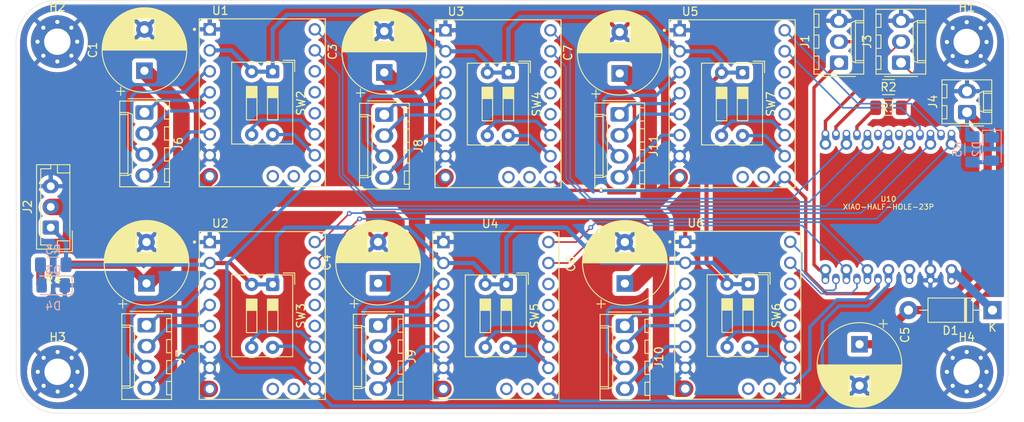
<source format=kicad_pcb>
(kicad_pcb (version 20241229) (generator "pcbnew") (generator_version "9.0")
  (layers (0 "F.Cu" signal) (2 "B.Cu" signal) (13 "F.Paste" user) (15 "B.Paste" user) (5 "F.SilkS" user "F.Silkscreen") (7 "B.SilkS" user "B.Silkscreen") (1 "F.Mask" user) (3 "B.Mask" user) (25 "Edge.Cuts" user))
  (net 0 "")
  (net 1 "+24V")
  (net 2 "GND")
  (net 3 "+5V")
  (net 4 "Net-(D1-K)")
  (net 5 "Net-(D3-A)")
  (net 6 "Net-(D4-A)")
  (net 7 "TX")
  (net 8 "RX")
  (net 9 "RX B")
  (net 10 "TX B")
  (net 11 "Net-(J6-Pin_2)")
  (net 12 "Net-(J6-Pin_4)")
  (net 13 "Net-(J6-Pin_3)")
  (net 14 "Net-(J6-Pin_1)")
  (net 15 "Net-(J7-Pin_2)")
  (net 16 "Net-(J7-Pin_4)")
  (net 17 "Net-(J7-Pin_3)")
  (net 18 "Net-(J7-Pin_1)")
  (net 19 "Net-(J8-Pin_3)")
  (net 20 "Net-(J8-Pin_2)")
  (net 21 "Net-(J8-Pin_4)")
  (net 22 "Net-(J8-Pin_1)")
  (net 23 "Net-(J9-Pin_1)")
  (net 24 "Net-(J9-Pin_4)")
  (net 25 "Net-(J9-Pin_2)")
  (net 26 "Net-(J9-Pin_3)")
  (net 27 "Net-(J10-Pin_1)")
  (net 28 "Net-(J10-Pin_3)")
  (net 29 "Net-(J10-Pin_2)")
  (net 30 "Net-(J10-Pin_4)")
  (net 31 "Net-(J11-Pin_1)")
  (net 32 "Net-(J11-Pin_2)")
  (net 33 "Net-(J11-Pin_4)")
  (net 34 "Net-(J11-Pin_3)")
  (net 35 "+3.3V")
  (net 36 "Net-(U2-MS2)")
  (net 37 "Net-(U2-MS1)")
  (net 38 "Net-(U3-MS1)")
  (net 39 "Net-(U3-MS2)")
  (net 40 "Net-(U4-MS1)")
  (net 41 "Net-(U4-MS2)")
  (net 42 "Net-(U5-MS2)")
  (net 43 "Net-(U5-MS1)")
  (net 45 "STEP 1")
  (net 46 "DIR 1")
  (net 49 "EN")
  (net 54 "STEP 3")
  (net 58 "DIR 3")
  (net 60 "DIR 2")
  (net 61 "STEP 2")
  (net 69 "DIR 4")
  (net 72 "STEP 4")
  (net 73 "DIR 6")
  (net 74 "STEP 6")
  (net 75 "STEP 5")
  (net 76 "DIR 5")
  (net 77 "Net-(U1-MS2)")
  (net 78 "Net-(U1-MS1)")
  (net 79 "Net-(U6-MS1)")
  (net 80 "Net-(U6-MS2)")
  (net 84 "EN M")
  (net 92 "Net-(U10-GPIO42_PDM_CLK{slash}TX1)")
  (net 94 "Net-(U10-GPIO10_XMCLK{slash}ADC_BAT)")
  (net 96 "Net-(D2-A)")
  (footprint "Capacitor_THT:CP_Radial_D10.0mm_P5.00mm" (layer "F.Cu") (at 98 133.842855 90)
    (property "Reference" "C7")
    (property "Value" "100µF")
  )
  (footprint "Resistor_SMD:R_1206_3216Metric_Pad1.30x1.75mm_HandSolder" (layer "F.Cu") (at 29.5 157 180)
    (property "Reference" "R4")
    (property "Value" "1k")
  )
  (footprint "Button_Switch_THT:SW_DIP_SPSTx02_Slide_9.78x7.26mm_W7.62mm_P2.54mm" (layer "F.Cu") (at 84.54 133.74 -90)
    (property "Reference" "SW4")
    (property "Value" "SW_DIP_x02")
  )
  (footprint "MountingHole:MountingHole_3.2mm_M3_Pad_Via" (layer "F.Cu") (at 30 130)
    (property "Reference" "H2")
    (property "Value" "MountingHole_Pad")
  )
  (footprint "Capacitor_THT:CP_Radial_D10.0mm_P5.00mm" (layer "F.Cu") (at 69.5325 133.725177 90)
    (property "Reference" "C3")
    (property "Value" "100µF")
  )
  (footprint "TMC2209_SILENTSTEPSTICK:MODULE_TMC2209_SILENTSTEPSTICK" (layer "F.Cu") (at 54.7825 163.1475)
    (property "Reference" "U2")
    (property "Value" "TMC2209_SILENTSTEPSTICK")
  )
  (footprint "TMC2209_SILENTSTEPSTICK:MODULE_TMC2209_SILENTSTEPSTICK" (layer "F.Cu") (at 83.0325 163.1475)
    (property "Reference" "U4")
    (property "Value" "TMC2209_SILENTSTEPSTICK")
  )
  (footprint "Seeed Studio XIAO ESP32S3 Plus KiCAD Library 2:MOUDLE23P-SMD-2.54-21X17.8MM.kicad_mod.kicad_sym" (layer "F.Cu") (at 130.5 150)
    (property "Reference" "U10")
    (property "Value" "XIAO-HALF-HOLE-23P")
  )
  (footprint "Connector_Molex:Molex_KK-254_AE-6410-04A_1x04_P2.54mm_Vertical" (layer "F.Cu") (at 69.5325 138.8375 -90)
    (property "Reference" "J8")
    (property "Value" "STEPPER 1")
  )
  (footprint "MountingHole:MountingHole_3.2mm_M3_Pad_Via" (layer "F.Cu") (at 139.964466 169.964466)
    (property "Reference" "H4")
    (property "Value" "MountingHole_Pad")
  )
  (footprint "MountingHole:MountingHole_3.2mm_M3_Pad_Via" (layer "F.Cu") (at 30.035534 169.964466)
    (property "Reference" "H3")
    (property "Value" "MountingHole_Pad")
  )
  (footprint "Connector_JST:JST_EH_B3B-EH-A_1x03_P2.50mm_Vertical" (layer "F.Cu") (at 29.2 152.5 90)
    (property "Reference" "J2")
    (property "Value" "Conn_01x03")
  )
  (footprint "Connector_Molex:Molex_KK-254_AE-6410-04A_1x04_P2.54mm_Vertical" (layer "F.Cu") (at 97.98 138.797499 -90)
    (property "Reference" "J11")
    (property "Value" "STEPPER 3")
  )
  (footprint "Button_Switch_THT:SW_DIP_SPSTx02_Slide_9.78x7.26mm_W7.62mm_P2.54mm" (layer "F.Cu") (at 112.8575 133.74 -90)
    (property "Reference" "SW7")
    (property "Value" "SW_DIP_x02")
  )
  (footprint "Connector_Molex:Molex_KK-254_AE-6410-04A_1x04_P2.54mm_Vertical" (layer "F.Cu") (at 40.7825 164.317501 -90)
    (property "Reference" "J7")
    (property "Value" "STEPPER D")
  )
  (footprint "Connector_Molex:Molex_KK-254_AE-6410-04A_1x04_P2.54mm_Vertical" (layer "F.Cu") (at 68.7825 164.37 -90)
    (property "Reference" "J9")
    (property "Value" "STEPPER 2")
  )
  (footprint "Connector_Molex:Molex_KK-254_AE-6410-03A_1x03_P2.54mm_Vertical" (layer "F.Cu") (at 124.52 132.54 90)
    (property "Reference" "J1")
    (property "Value" "UART CP")
  )
  (footprint "Button_Switch_THT:SW_DIP_SPSTx02_Slide_9.78x7.26mm_W7.62mm_P2.54mm" (layer "F.Cu") (at 56.04 133.63 -90)
    (property "Reference" "SW2")
    (property "Value" "SW_DIP_x02")
  )
  (footprint "TMC2209_SILENTSTEPSTICK:MODULE_TMC2209_SILENTSTEPSTICK" (layer "F.Cu") (at 111.6 137.5075)
    (property "Reference" "U5")
    (property "Value" "TMC2209_SILENTSTEPSTICK")
  )
  (footprint "Connector_Molex:Molex_KK-254_AE-6410-04A_1x04_P2.54mm_Vertical" (layer "F.Cu") (at 40.5325 138.567501 -90)
    (property "Reference" "J6")
    (property "Value" "STEPPER G")
  )
  (footprint "TMC2209_SILENTSTEPSTICK:MODULE_TMC2209_SILENTSTEPSTICK" (layer "F.Cu") (at 112.275 163.12)
    (property "Reference" "U6")
    (property "Value" "TMC2209_SILENTSTEPSTICK")
  )
  (footprint "Capacitor_THT:CP_Radial_D10.0mm_P5.00mm" (layer "F.Cu") (at 40.7825 159.265178 90)
    (property "Reference" "C2" (hide yes))
    (property "Value" "100µF")
  )
  (footprint "Capacitor_THT:CP_Radial_D10.0mm_P5.00mm" (layer "F.Cu") (at 68.7825 159.247678 90)
    (property "Reference" "C4")
    (property "Value" "100µF")
  )
  (footprint "Capacitor_THT:CP_Radial_D10.0mm_P5.00mm" (layer "F.Cu") (at 98.625 159.27 90)
    (property "Reference" "C6")
    (property "Value" "100µF")
  )
  (footprint "Diode_THT:D_DO-41_SOD81_P10.16mm_Horizontal" (layer "F.Cu") (at 143.08 162.5 180)
    (property "Reference" "D1")
    (property "Value" "D_Shottky")
  )
  (footprint "Button_Switch_THT:SW_DIP_SPSTx02_Slide_9.78x7.26mm_W7.62mm_P2.54mm" (layer "F.Cu") (at 56.04 159.38 -90)
    (property "Reference" "SW3")
    (property "Value" "SW_DIP_x02")
  )
  (footprint "Button_Switch_THT:SW_DIP_SPSTx02_Slide_9.78x7.26mm_W7.62mm_P2.54mm" (layer "F.Cu") (at 113.5325 159.3525 -90)
    (property "Reference" "SW6")
    (property "Value" "SW_DIP_x02")
  )
  (footprint "Connector_Molex:Molex_KK-254_AE-6410-04A_1x04_P2.54mm_Vertical" (layer "F.Cu") (at 98.625 164.4 -90)
    (property "Reference" "J10")
    (property "Value" "STEPPER 4")
  )
  (footprint "Capacitor_THT:CP_Radial_D10.0mm_P5.00mm" (layer "F.Cu") (at 40.5325 133.515178 90)
    (property "Reference" "C1")
    (property "Value" "100µF")
  )
  (footprint "TMC2209_SILENTSTEPSTICK:MODULE_TMC2209_SILENTSTEPSTICK" (layer "F.Cu") (at 83.2825 137.5075)
    (property "Reference" "U3")
    (property "Value" "TMC2209_SILENTSTEPSTICK")
  )
  (footprint "TMC2209_SILENTSTEPSTICK:MODULE_TMC2209_SILENTSTEPSTICK" (layer "F.Cu") (at 54.7825 137.3975)
    (property "Reference" "U1")
    (property "Value" "TMC2209_SILENTSTEPSTICK")
  )
  (footprint "Connector_Molex:Molex_KK-254_AE-6410-03A_1x03_P2.54mm_Vertical" (layer "F.Cu") (at 132.02 132.54 90)
    (property "Reference" "J3")
    (property "Value" "UART BONUS")
  )
  (footprint "Button_Switch_THT:SW_DIP_SPSTx02_Slide_9.78x7.26mm_W7.62mm_P2.54mm" (layer "F.Cu") (at 84.29 159.38 -90)
    (property "Reference" "SW5")
    (property "Value" "SW_DIP_x02")
  )
  (footprint "LED_SMD:LED_1206_3216Metric" (layer "F.Cu") (at 29.5 159.5 180)
    (property "Reference" "D4")
    (property "Value" "LED_Small")
  )
  (footprint "Resistor_SMD:R_1206_3216Metric_Pad1.30x1.75mm_HandSolder" (layer "F.Cu") (at 130.5 135.5)
    (property "Reference" "R2")
    (property "Value" "1k")
  )
  (footprint "Capacitor_THT:CP_Radial_D10.0mm_P5.00mm" (layer "F.Cu") (at 127 166.632323 -90)
    (property "Reference" "C5")
    (property "Value" "100µF")
  )
  (footprint "MountingHole:MountingHole_3.2mm_M3_Pad_Via" (layer "F.Cu") (at 139.964466 130.035534)
    (property "Reference" "H1")
    (property "Value" "MountingHole_Pad")
  )
  (footprint "Connector_Molex:Molex_KK-254_AE-6410-02A_1x02_P2.54mm_Vertical" (layer "F.Cu") (at 140 138.54 90)
    (property "Reference" "J4")
    (property "Value" "Conn_01x02")
  )
  (footprint "Resistor_SMD:R_1206_3216Metric_Pad1.30x1.75mm_HandSolder" (layer "F.Cu") (at 130.5 138)
    (property "Reference" "R1")
    (property "Value" "1k")
  )
  (footprint "LED_SMD:LED_1206_3216Metric" (layer "B.Cu") (at 29.5 159.5 180)
    (property "Reference" "D3")
    (property "Value" "LED_Small")
  )
  (footprint "Resistor_SMD:R_1206_3216Metric_Pad1.30x1.75mm_HandSolder" (layer "B.Cu") (at 29.5 157 180)
    (property "Reference" "R3")
    (property "Value" "1k")
  )
  (footprint "Resistor_SMD:R_1206_3216Metric_Pad1.30x1.75mm_HandSolder" (layer "B.Cu") (at 140.65 143.03 -90)
    (property "Reference" "R5")
    (property "Value" "1k")
  )
  (footprint "LED_SMD:LED_1206_3216Metric" (layer "B.Cu") (at 143 143 -90)
    (property "Reference" "D2")
    (property "Value" "LED_Small")
  )
  (gr_arc (start 139.964466 125.035534) (mid 143.5 126.5) (end 144.964466 130.035534) (stroke (width 0.05)) (layer "Edge.Cuts"))
  (gr_arc (start 144.964466 169.964466) (mid 143.5 173.5) (end 139.964466 174.964466) (stroke (width 0.05)) (layer "Edge.Cuts"))
  (gr_line (start 30.03553 174.964466) (end 139.9645 174.964466) (stroke (width 0.05)) (layer "Edge.Cuts"))
  (gr_arc (start 25 130) (mid 26.464466 126.464466) (end 30 125) (stroke (width 0.05)) (layer "Edge.Cuts"))
  (gr_line (start 25 130) (end 25.035534 169.964466) (stroke (width 0.05)) (layer "Edge.Cuts"))
  (gr_arc (start 30.035534 174.964466) (mid 26.5 173.5) (end 25.035534 169.964466) (stroke (width 0.05)) (layer "Edge.Cuts"))
  (gr_line (start 139.964466 125.035535) (end 30 125) (stroke (width 0.05)) (layer "Edge.Cuts"))
  (gr_line (start 144.964466 169.9645) (end 144.964465 130.035534) (stroke (width 0.05)) (layer "Edge.Cuts"))
  (segment (start 101.5 136.5) (end 101.5 150.1475) (width 2) (layer "F.Cu") (net 1))
  (segment (start 73.5 151) (end 73.33 150.83) (width 2) (layer "F.Cu") (net 1))
  (segment (start 73.33 150.83) (end 73.33 150) (width 2) (layer "F.Cu") (net 1))
  (segment (start 105.01 172.01) (end 103 170) (width 2) (layer "F.Cu") (net 1))
  (segment (start 98.625 159.27) (end 99.73 159.27) (width 2) (layer "F.Cu") (net 1))
  (segment (start 101.6475 150) (end 105.25 146.3975) (width 2) (layer "F.Cu") (net 1))
  (segment (start 76.6825 172.0375) (end 75.616183 172.0375) (width 2) (layer "F.Cu") (net 1))
  (segment (start 31.05 157) (end 38.517322 157) (width 1) (layer "F.Cu") (net 1))
  (segment (start 40.5325 133.515178) (end 45 137.982678) (width 2) (layer "F.Cu") (net 1))
  (segment (start 68.7825 159.247678) (end 70.752322 159.247678) (width 2) (layer "F.Cu") (net 1))
  (segment (start 105.925 172.01) (end 105.01 172.01) (width 2) (layer "F.Cu") (net 1))
  (segment (start 47 149) (end 46 150) (width 2) (layer "F.Cu") (net 1))
  (segment (start 46 154.047678) (end 46 150) (width 2) (layer "F.Cu") (net 1))
  (segment (start 101.5 150.1475) (end 101.6475 150) (width 2) (layer "F.Cu") (net 1))
  (segment (start 73.5 151) (end 71.5 149) (width 2) (layer "F.Cu") (net 1))
  (segment (start 76.9325 146.3975) (end 73.33 150) (width 2) (layer "F.Cu") (net 1))
  (segment (start 73.33 137.522677) (end 73.33 150) (width 2) (layer "F.Cu") (net 1))
  (segment (start 103 156) (end 103 151.6475) (width 2) (layer "F.Cu") (net 1))
  (segment (start 70.752322 159.247678) (end 73.5 156.5) (width 2) (layer "F.Cu") (net 1))
  (segment (start 45 149) (end 46 150) (width 2) (layer "F.Cu") (net 1))
  (segment (start 98 133.842855) (end 98.842855 133.842855) (width 2) (layer "F.Cu") (net 1))
  (segment (start 38.517322 157) (end 40.7825 159.265178) (width 1) (layer "F.Cu") (net 1))
  (segment (start 72.5 150) (end 101.6475 150) (width 2) (layer "F.Cu") (net 1))
  (segment (start 99.73 159.27) (end 103 156) (width 2) (layer "F.Cu") (net 1))
  (segment (start 73.5 156.5) (end 73.5 151) (width 2) (layer "F.Cu") (net 1))
  (segment (start 69.5325 133.725177) (end 73.33 137.522677) (width 2) (layer "F.Cu") (net 1))
  (segment (start 44.72 150) (end 29.2 150) (width 2) (layer "F.Cu") (net 1))
  (segment (start 45 137.982678) (end 45 149) (width 2) (layer "F.Cu") (net 1))
  (segment (start 46 170.671317) (end 46 154.047678) (width 2) (layer "F.Cu") (net 1))
  (segment (start 73.5 169.921317) (end 73.5 156.5) (width 2) (layer "F.Cu") (net 1))
  (segment (start 47.366183 172.0375) (end 46 170.671317) (width 2) (layer "F.Cu") (net 1))
  (segment (start 40.7825 159.265178) (end 46 154.047678) (width 2) (layer "F.Cu") (net 1))
  (segment (start 48.4325 172.0375) (end 47.366183 172.0375) (width 2) (layer "F.Cu") (net 1))
  (segment (start 98.842855 133.842855) (end 101.5 136.5) (width 2) (layer "F.Cu") (net 1))
  (segment (start 48.4325 146.2875) (end 44.72 150) (width 2) (layer "F.Cu") (net 1))
  (segment (start 44.72 150) (end 46 150) (width 2) (layer "F.Cu") (net 1))
  (segment (start 73.33 150) (end 72.5 150) (width 2) (layer "F.Cu") (net 1))
  (segment (start 103 170) (end 103 154.5) (width 2) (layer "F.Cu") (net 1))
  (segment (start 71.5 149) (end 47 149) (width 2) (layer "F.Cu") (net 1))
  (segment (start 103 151.6475) (end 101.5 150.1475) (width 2) (layer "F.Cu") (net 1))
  (segment (start 75.616183 172.0375) (end 73.5 169.921317) (width 2) (layer "F.Cu") (net 1))
  (segment (start 135.58 158.89) (end 135.58 157.62) (width 0.4) (layer "F.Cu") (net 2))
  (segment (start 140.04 138.54) (end 140 138.54) (width 1) (layer "F.Cu") (net 3))
  (segment (start 138.5 162.5) (end 142.5 158.5) (width 1) (layer "F.Cu") (net 3))
  (segment (start 128.787677 166.632323) (end 132.92 162.5) (width 1) (layer "F.Cu") (net 3))
  (segment (start 142.5 141) (end 140.04 138.54) (width 1) (layer "F.Cu") (net 3))
  (segment (start 132.92 162.5) (end 138.5 162.5) (width 1) (layer "F.Cu") (net 3))
  (segment (start 127 166.632323) (end 128.787677 166.632323) (width 1) (layer "F.Cu") (net 3))
  (segment (start 142.5 158.5) (end 142.5 141) (width 1) (layer "F.Cu") (net 3))
  (segment (start 140 140.83) (end 140.65 141.48) (width 0.5) (layer "B.Cu") (net 3))
  (segment (start 140 138.54) (end 140 140.83) (width 0.5) (layer "B.Cu") (net 3))
  (segment (start 138.12 157.62) (end 138.12 158.89) (width 1) (layer "F.Cu") (net 4))
  (segment (start 143.08 162.5) (end 143 162.5) (width 1) (layer "F.Cu") (net 4))
  (segment (start 138.2 157.62) (end 143.08 162.5) (width 1) (layer "B.Cu") (net 4))
  (segment (start 138.12 157.62) (end 138.2 157.62) (width 1) (layer "B.Cu") (net 4))
  (segment (start 27.95 159.35) (end 28.1 159.5) (width 0.5) (layer "B.Cu") (net 5))
  (segment (start 27.95 157) (end 27.95 159.35) (width 0.5) (layer "B.Cu") (net 5))
  (segment (start 27.95 157) (end 27.95 159.35) (width 1) (layer "F.Cu") (net 6))
  (segment (start 27.95 159.35) (end 28.1 159.5) (width 1) (layer "F.Cu") (net 6))
  (segment (start 126 130) (end 124.52 130) (width 0.4) (layer "F.Cu") (net 7))
  (segment (start 127 135.5) (end 127 131) (width 0.4) (layer "F.Cu") (net 7))
  (segment (start 122.88 139.62) (end 127 135.5) (width 0.4) (layer "F.Cu") (net 7))
  (segment (start 127 131) (end 126 130) (width 0.4) (layer "F.Cu") (net 7))
  (segment (start 122.88 142.38) (end 122.88 141.11) (width 0.4) (layer "F.Cu") (net 7))
  (segment (start 122.88 141.11) (end 122.88 139.62) (width 0.4) (layer "F.Cu") (net 7))
  (segment (start 122.88 157.62) (end 122.88 158.89) (width 0.4) (layer "F.Cu") (net 8))
  (segment (start 122.88 157.62) (end 122.12 157.62) (width 0.4) (layer "F.Cu") (net 8))
  (segment (start 121.5 135.56) (end 124.52 132.54) (width 0.4) (layer "F.Cu") (net 8))
  (segment (start 122.12 157.62) (end 121.5 157) (width 0.4) (layer "F.Cu") (net 8))
  (segment (start 121.5 157) (end 121.5 135.56) (width 0.4) (layer "F.Cu") (net 8))
  (segment (start 132.05 138) (end 134 136.05) (width 0.2) (layer "F.Cu") (net 9))
  (segment (start 134 134.52) (end 132.02 132.54) (width 0.2) (layer "F.Cu") (net 9))
  (segment (start 134 136.05) (end 134 134.52) (width 0.2) (layer "F.Cu") (net 9))
  (segment (start 129.5 132.5) (end 129.52 132.5) (width 0.2) (layer "F.Cu") (net 10))
  (segment (start 129.52 132.5) (end 132.02 130) (width 0.2) (layer "F.Cu") (net 10))
  (segment (start 131 135.5) (end 129.5 134) (width 0.2) (layer "F.Cu") (net 10))
  (segment (start 132.05 135.5) (end 131 135.5) (width 0.2) (layer "F.Cu") (net 10))
  (segment (start 129.5 134) (end 129.5 132.5) (width 0.2) (layer "F.Cu") (net 10))
  (segment (start 48.25 138.380002) (end 43.539999 138.380002) (width 0.4) (layer "B.Cu") (net 11))
  (segment (start 43.539999 138.380002) (end 40.98 140.940001) (width 0.4) (layer "B.Cu") (net 11))
  (segment (start 46.079999 140.920002) (end 40.98 146.020001) (width 0.4) (layer "B.Cu") (net 12))
  (segment (start 48.25 140.920002) (end 46.079999 140.920002) (width 0.4) (layer "B.Cu") (net 12))
  (segment (start 40.5325 143.6475) (end 40.1475 143.6475) (width 0.4) (layer "B.Cu") (net 13))
  (segment (start 39.5 136.102502) (end 45.4475 136.102502) (width 0.4) (layer "B.Cu") (net 13))
  (segment (start 45.4475 136.102502) (end 48.25 133.300002) (width 0.4) (layer "B.Cu") (net 13))
  (segment (start 40.1475 143.6475) (end 39 142.5) (width 0.4) (layer "B.Cu") (net 13))
  (segment (start 39 136.602502) (end 39.5 136.102502) (width 0.4) (layer "B.Cu") (net 13))
  (segment (start 39 142.5) (end 39 136.602502) (width 0.4) (layer "B.Cu") (net 13))
  (segment (start 42.277499 137.102502) (end 40.98 138.400001) (width 0.4) (layer "B.Cu") (net 14))
  (segment (start 48.25 135.852502) (end 47 137.102502) (width 0.4) (layer "B.Cu") (net 14))
  (segment (start 47 137.102502) (end 42.277499 137.102502) (width 0.4) (layer "B.Cu") (net 14))
  (segment (start 48.25 135.840002) (end 48.25 135.852502) (width 0.4) (layer "B.Cu") (net 14))
  (segment (start 43.539999 164.380002) (end 40.98 166.940001) (width 0.4) (layer "B.Cu") (net 15))
  (segment (start 48.25 164.380002) (end 43.539999 164.380002) (width 0.4) (layer "B.Cu") (net 15))
  (segment (start 48.25 166.920002) (end 46.079999 166.920002) (width 0.4) (layer "B.Cu") (net 16))
  (segment (start 46.079999 166.920002) (end 40.98 172.020001) (width 0.4) (layer "B.Cu") (net 16))
  (segment (start 45.4475 162.102502) (end 48.25 159.300002) (width 0.4) (layer "B.Cu") (net 17))
  (segment (start 39 162.602502) (end 39.5 162.102502) (width 0.4) (layer "B.Cu") (net 17))
  (segment (start 39 167.5) (end 39 162.602502) (width 0.4) (layer "B.Cu") (net 17))
  (segment (start 39.5 162.102502) (end 45.4475 162.102502) (width 0.4) (layer "B.Cu") (net 17))
  (segment (start 40.98 169.48) (end 39 167.5) (width 0.4) (layer "B.Cu") (net 17))
  (segment (start 42.277499 163.102502) (end 40.98 164.400001) (width 0.4) (layer "B.Cu") (net 18))
  (segment (start 48.25 161.840002) (end 48.25 161.852502) (width 0.4) (layer "B.Cu") (net 18))
  (segment (start 48.25 161.852502) (end 47 163.102502) (width 0.4) (layer "B.Cu") (net 18))
  (segment (start 47 163.102502) (end 42.277499 163.102502) (width 0.4) (layer "B.Cu") (net 18))
  (segment (start 69.48 143.98) (end 67.5 142) (width 0.4) (layer "B.Cu") (net 19))
  (segment (start 67.5 137.102502) (end 68 136.602502) (width 0.4) (layer "B.Cu") (net 19))
  (segment (start 68 136.602502) (end 73.9475 136.602502) (width 0.4) (layer "B.Cu") (net 19))
  (segment (start 67.5 142) (end 67.5 137.102502) (width 0.4) (layer "B.Cu") (net 19))
  (segment (start 73.9475 136.602502) (end 76.75 133.800002) (width 0.4) (layer "B.Cu") (net 19))
  (segment (start 72.039999 138.880002) (end 69.48 141.440001) (width 0.4) (layer "B.Cu") (net 20))
  (segment (start 76.75 138.880002) (end 72.039999 138.880002) (width 0.4) (layer "B.Cu") (net 20))
  (segment (start 76.75 141.420002) (end 74.579999 141.420002) (width 0.4) (layer "B.Cu") (net 21))
  (segment (start 74.579999 141.420002) (end 69.48 146.520001) (width 0.4) (layer "B.Cu") (net 21))
  (segment (start 76.75 136.340002) (end 76.75 136.352502) (width 0.4) (layer "B.Cu") (net 22))
  (segment (start 70.777499 137.602502) (end 69.48 138.900001) (width 0.4) (layer "B.Cu") (net 22))
  (segment (start 75.5 137.602502) (end 70.777499 137.602502) (width 0.4) (layer "B.Cu") (net 22))
  (segment (start 76.75 136.352502) (end 75.5 137.602502) (width 0.4) (layer "B.Cu") (net 22))
  (segment (start 76.25 161.852502) (end 75 163.102502) (width 0.4) (layer "B.Cu") (net 23))
  (segment (start 75 163.102502) (end 70.277499 163.102502) (width 0.4) (layer "B.Cu") (net 23))
  (segment (start 76.25 161.840002) (end 76.25 161.852502) (width 0.4) (layer "B.Cu") (net 23))
  (segment (start 70.277499 163.102502) (end 68.98 164.400001) (width 0.4) (layer "B.Cu") (net 23))
  (segment (start 74.079999 166.920002) (end 68.98 172.020001) (width 0.4) (layer "B.Cu") (net 24))
  (segment (start 76.25 166.920002) (end 74.079999 166.920002) (width 0.4) (layer "B.Cu") (net 24))
  (segment (start 76.25 164.380002) (end 71.539999 164.380002) (width 0.4) (layer "B.Cu") (net 25))
  (segment (start 71.539999 164.380002) (end 68.98 166.940001) (width 0.4) (layer "B.Cu") (net 25))
  (segment (start 67.5 162.102502) (end 73.4475 162.102502) (width 0.4) (layer "B.Cu") (net 26))
  (segment (start 73.4475 162.102502) (end 76.25 159.300002) (width 0.4) (layer "B.Cu") (net 26))
  (segment (start 68.98 169.48) (end 67 167.5) (width 0.4) (layer "B.Cu") (net 26))
  (segment (start 67 162.602502) (end 67.5 162.102502) (width 0.4) (layer "B.Cu") (net 26))
  (segment (start 67 167.5) (end 67 162.602502) (width 0.4) (layer "B.Cu") (net 26))
  (segment (start 104.5 163.102502) (end 99.777499 163.102502) (width 0.4) (layer "B.Cu") (net 27))
  (segment (start 105.75 161.852502) (end 104.5 163.102502) (width 0.4) (layer "B.Cu") (net 27))
  (segment (start 105.75 161.840002) (end 105.75 161.852502) (width 0.4) (layer "B.Cu") (net 27))
  (segment (start 99.777499 163.102502) (end 98.48 164.400001) (width 0.4) (layer "B.Cu") (net 27))
  (segment (start 96.5 162.602502) (end 97 162.102502) (width 0.4) (layer "B.Cu") (net 28))
  (segment (start 97 162.102502) (end 102.9475 162.102502) (width 0.4) (layer "B.Cu") (net 28))
  (segment (start 96.5 167.5) (end 96.5 162.602502) (width 0.4) (layer "B.Cu") (net 28))
  (segment (start 98.48 169.48) (end 96.5 167.5) (width 0.4) (layer "B.Cu") (net 28))
  (segment (start 102.9475 162.102502) (end 105.75 159.300002) (width 0.4) (layer "B.Cu") (net 28))
  (segment (start 101.039999 164.380002) (end 98.48 166.940001) (width 0.4) (layer "B.Cu") (net 29))
  (segment (start 105.75 164.380002) (end 101.039999 164.380002) (width 0.4) (layer "B.Cu") (net 29))
  (segment (start 105.75 166.920002) (end 103.579999 166.920002) (width 0.4) (layer "B.Cu") (net 30))
  (segment (start 103.579999 166.920002) (end 98.48 172.020001) (width 0.4) (layer "B.Cu") (net 30))
  (segment (start 99.277499 137.5) (end 97.98 138.797499) (width 0.4) (layer "B.Cu") (net 31))
  (segment (start 105.25 136.25) (end 104 137.5) (width 0.4) (layer "B.Cu") (net 31))
  (segment (start 104 137.5) (end 99.277499 137.5) (width 0.4) (layer "B.Cu") (net 31))
  (segment (start 105.25 136.2375) (end 105.25 136.25) (width 0.4) (layer "B.Cu") (net 31))
  (segment (start 100.539999 138.7775) (end 97.98 141.337499) (width 0.4) (layer "B.Cu") (net 32))
  (segment (start 105.25 138.7775) (end 100.539999 138.7775) (width 0.4) (layer "B.Cu") (net 32))
  (segment (start 103.079999 141.3175) (end 97.98 146.417499) (width 0.4) (layer "B.Cu") (net 33))
  (segment (start 105.25 141.3175) (end 103.079999 141.3175) (width 0.4) (layer "B.Cu") (net 33))
  (segment (start 97.98 143.877498) (end 96 141.897498) (width 0.4) (layer "B.Cu") (net 34))
  (segment (start 96 141.897498) (end 96 137) (width 0.4) (layer "B.Cu") (net 34))
  (segment (start 96 137) (end 96.5 136.5) (width 0.4) (layer "B.Cu") (net 34))
  (segment (start 96.5 136.5) (end 102.4475 136.5) (width 0.4) (layer "B.Cu") (net 34))
  (segment (start 102.4475 136.5) (end 105.25 133.6975) (width 0.4) (layer "B.Cu") (net 34))
  (segment (start 108.5 156.86) (end 108.5 152.5) (width 0.5) (layer "F.Cu") (net 35))
  (segment (start 110.9925 159.3525) (end 108.5 156.86) (width 0.5) (layer "F.Cu") (net 35))
  (segment (start 108.5 135.5575) (end 110.3175 133.74) (width 0.5) (layer "F.Cu") (net 35))
  (segment (start 50.9175 156.7975) (end 53.5 159.38) (width 0.5) (layer "F.Cu") (net 35))
  (segment (start 48.4325 156.7975) (end 50.9175 156.7975) (width 0.5) (layer "F.Cu") (net 35))
  (segment (start 108.5 152.5) (end 108.5 135.5575) (width 0.5) (layer "F.Cu") (net 35))
  (segment (start 56.5 158.92) (end 56.04 159.38) (width 0.5) (layer "B.Cu") (net 35))
  (segment (start 81.75 158.25) (end 80.2975 156.7975) (width 0.5) (layer "B.Cu") (net 35))
  (segment (start 31.05 157) (end 48.23 157) (width 0.5) (layer "B.Cu") (net 35))
  (segment (start 80.2975 156.7975) (end 76.6825 156.7975) (width 0.5) (layer "B.Cu") (net 35))
  (segment (start 101.0925 127) (end 86 127) (width 0.5) (layer "B.Cu") (net 35))
  (segment (start 109.1575 131.1575) (end 105.25 131.1575) (width 0.5) (layer "B.Cu") (net 35))
  (segment (start 84.54 133.74) (end 82 133.74) (width 0.5) (layer "B.Cu") (net 35))
  (segment (start 48.23 157) (end 48.4325 156.7975) (width 0.5) (layer "B.Cu") (net 35))
  (segment (start 84.29 159.38) (end 81.75 159.38) (width 0.5) (layer "B.Cu") (net 35))
  (segment (start 84.54 128.46) (end 84.54 133.74) (width 0.5) (layer "B.Cu") (net 35))
  (segment (start 31.05 154.35) (end 31.05 157) (width 0.5) (layer "B.Cu") (net 35))
  (segment (start 76.6825 156.7975) (end 72.385 152.5) (width 0.5) (layer "B.Cu") (net 35))
  (segment (start 82 133.74) (end 82 132.5) (width 0.5) (layer "B.Cu") (net 35))
  (segment (start 57.75 126.75) (end 72.525 126.75) (width 0.5) (layer "B.Cu") (net 35))
  (segment (start 110.9925 158.4925) (end 109.27 156.77) (width 0.5) (layer "B.Cu") (net 35))
  (segment (start 91.5 152.5) (end 85.5 152.5) (width 0.5) (layer "B.Cu") (net 35))
  (segment (start 105.25 131.1575) (end 101.0925 127) (width 0.5) (layer "B.Cu") (net 35))
  (segment (start 81.75 159.38) (end 81.75 158.25) (width 0.5) (layer "B.Cu") (net 35))
  (segment (start 84.29 153.71) (end 84.29 159.38) (width 0.5) (layer "B.Cu") (net 35))
  (segment (start 56.04 133.63) (end 53.5 133.63) (width 0.5) (layer "B.Cu") (net 35))
  (segment (start 72.385 152.5) (end 57.58 152.5) (width 0.5) (layer "B.Cu") (net 35))
  (segment (start 72.525 126.75) (end 76.9325 131.1575) (width 0.5) (layer "B.Cu") (net 35))
  (segment (start 29.2 152.5) (end 31.05 154.35) (width 0.5) (layer "B.Cu") (net 35))
  (segment (start 53.5 133.63) (end 53.5 133.5) (width 1) (layer "B.Cu") (net 35))
  (segment (start 95.77 156.77) (end 91.5 152.5) (width 0.5) (layer "B.Cu") (net 35))
  (segment (start 56.5 153.58) (end 56.5 158.92) (width 0.5) (layer "B.Cu") (net 35))
  (segment (start 113.5325 159.3525) (end 110.9925 159.3525) (width 0.5) (layer "B.Cu") (net 35))
  (segment (start 85.5 152.5) (end 84.29 153.71) (width 0.5) (layer "B.Cu") (net 35))
  (segment (start 53.5 133.5) (end 51.0475 131.0475) (width 0.5) (layer "B.Cu") (net 35))
  (segment (start 109.27 156.77) (end 105.925 156.77) (width 0.5) (layer "B.Cu") (net 35))
  (segment (start 105.925 156.77) (end 95.77 156.77) (width 0.5) (layer "B.Cu") (net 35))
  (segment (start 56.04 133.63) (end 56.04 128.46) (width 0.5) (layer "B.Cu") (net 35))
  (segment (start 110.9925 159.3525) (end 110.9925 158.4925) (width 0.5) (layer "B.Cu") (net 35))
  (segment (start 56.04 159.38) (end 53.5 159.38) (width 0.5) (layer "B.Cu") (net 35))
  (segment (start 82 132.5) (end 80.6575 131.1575) (width 0.5) (layer "B.Cu") (net 35))
  (segment (start 57.58 152.5) (end 56.5 153.58) (width 0.5) (layer "B.Cu") (net 35))
  (segment (start 110.3175 132.3175) (end 109.1575 131.1575) (width 0.5) (layer "B.Cu") (net 35))
  (segment (start 110.3175 133.74) (end 110.3175 132.3175) (width 0.5) (layer "B.Cu") (net 35))
  (segment (start 56.04 128.46) (end 57.75 126.75) (width 0.5) (layer "B.Cu") (net 35))
  (segment (start 86 127) (end 84.54 128.46) (width 0.5) (layer "B.Cu") (net 35))
  (segment (start 112.8575 133.74) (end 110.3175 133.74) (width 0.5) (layer "B.Cu") (net 35))
  (segment (start 51.0475 131.0475) (end 48.4325 131.0475) (width 0.5) (layer "B.Cu") (net 35))
  (segment (start 80.6575 131.1575) (end 76.9325 131.1575) (width 0.5) (layer "B.Cu") (net 35))
  (segment (start 59.425 165.125) (end 61.1325 166.8325) (width 0.4) (layer "B.Cu") (net 36))
  (segment (start 54.5 165.125) (end 59.425 165.125) (width 0.4) (layer "B.Cu") (net 36))
  (segment (start 53.5 166.875) (end 53.5 166.125) (width 0.4) (layer "B.Cu") (net 36))
  (segment (start 53.5 166.125) (end 54.5 165.125) (width 0.4) (layer "B.Cu") (net 36))
  (segment (start 58.635 166.875) (end 61.1325 169.3725) (width 0.4) (layer "B.Cu") (net 37))
  (segment (start 56.04 166.875) (end 58.635 166.875) (width 0.4) (layer "B.Cu") (net 37))
  (segment (start 84.54 141.375) (end 87.135 141.375) (width 0.4) (layer "B.Cu") (net 38))
  (segment (start 87.135 141.375) (end 89.6325 143.8725) (width 0.4) (layer "B.Cu") (net 38))
  (segment (start 82 141.375) (end 82 140.625) (width 0.4) (layer "B.Cu") (net 39))
  (segment (start 83 139.625) (end 87.925 139.625) (width 0.4) (layer "B.Cu") (net 39))
  (segment (start 87.925 139.625) (end 89.6325 141.3325) (width 0.4) (layer "B.Cu") (net 39))
  (segment (start 82 140.625) (end 83 139.625) (width 0.4) (layer "B.Cu") (net 39))
  (segment (start 84.54 166.875) (end 87.135 166.875) (width 0.4) (layer "B.Cu") (net 40))
  (segment (start 87.135 166.875) (end 89.6325 169.3725) (width 0.4) (layer "B.Cu") (net 40))
  (segment (start 82 166.125) (end 83 165.125) (width 0.4) (layer "B.Cu") (net 41))
  (segment (start 83 165.125) (end 87.925 165.125) (width 0.4) (layer "B.Cu") (net 41))
  (segment (start 87.925 165.125) (end 89.6325 166.8325) (width 0.4) (layer "B.Cu") (net 41))
  (segment (start 82 166.875) (end 82 166.125) (width 0.4) (layer "B.Cu") (net 41))
  (segment (start 110.5 140.625) (end 111.5 139.625) (width 0.4) (layer "B.Cu") (net 42))
  (segment (start 116.425 139.625) (end 118.1325 141.3325) (width 0.4) (layer "B.Cu") (net 42))
  (segment (start 110.5 141.375) (end 110.5 140.625) (width 0.4) (layer "B.Cu") (net 42))
  (segment (start 111.5 139.625) (end 116.425 139.625) (width 0.4) (layer "B.Cu") (net 42))
  (segment (start 113.04 141.375) (end 115.635 141.375) (width 0.4) (layer "B.Cu") (net 43))
  (segment (start 115.635 141.375) (end 118.1325 143.8725) (width 0.4) (layer "B.Cu") (net 43))
  (segment (start 133.04 142.38) (end 133.04 141.11) (width 0.4) (layer "F.Cu") (net 45))
  (segment (start 133.04 142.38) (end 133.04 142.46) (width 0.2) (layer "B.Cu") (net 45))
  (segment (start 68.2359 150.303) (end 64.099 146.1661) (width 0.2) (layer "B.Cu") (net 45))
  (segment (start 133.04 142.46) (end 125.197 150.303) (width 0.2) (layer "B.Cu") (net 45))
  (segment (start 125.197 150.303) (end 68.2359 150.303) (width 0.2) (layer "B.Cu") (net 45))
  (segment (start 64.099 146.1661) (end 64.099 134.014) (width 0.2) (layer "B.Cu") (net 45))
  (segment (start 64.099 134.014) (end 61.1325 131.0475) (width 0.2) (layer "B.Cu") (net 45))
  (segment (start 130.5 142.38) (end 130.5 141.11) (width 0.4) (layer "F.Cu") (net 46))
  (segment (start 130.5 142.38) (end 122.978 149.902) (width 0.2) (layer "B.Cu") (net 46))
  (segment (start 64.5 131.875) (end 61.1325 128.5075) (width 0.2) (layer "B.Cu") (net 46))
  (segment (start 68.402 149.902) (end 64.5 146) (width 0.2) (layer "B.Cu") (net 46))
  (segment (start 64.5 146) (end 64.5 131.875) (width 0.2) (layer "B.Cu") (net 46))
  (segment (start 122.978 149.902) (end 68.402 149.902) (width 0.2) (layer "B.Cu") (net 46))
  (segment (start 91.235 148) (end 89.6325 146.3975) (width 0.4) (layer "F.Cu") (net 49))
  (segment (start 129.23 159.52) (end 128.25 160.5) (width 0.4) (layer "F.Cu") (net 49))
  (segment (start 120.5 148.9475) (end 117.95 146.3975) (width 0.4) (layer "F.Cu") (net 49))
  (segment (start 95.75 148) (end 91.235 148) (width 0.4) (layer "F.Cu") (net 49))
  (segment (start 123 160.5) (end 120.5 158) (width 0.4) (layer "F.Cu") (net 49))
  (segment (start 128.25 160.5) (end 123 160.5) (width 0.4) (layer "F.Cu") (net 49))
  (segment (start 129.23 158.89) (end 129.23 159.52) (width 0.4) (layer "F.Cu") (net 49))
  (segment (start 120.5 158) (end 120.5 148.9475) (width 0.4) (layer "F.Cu") (net 49))
  (via (at 95.75 148) (size 0.6) (drill 0.3) (layers "F.Cu" "B.Cu") (net 49))
  (segment (start 127.75 161.25) (end 124.25 161.25) (width 0.4) (layer "B.Cu") (net 49))
  (segment (start 116.3475 148) (end 117.95 146.3975) (width 0.4) (layer "B.Cu") (net 49))
  (segment (start 129.25 159.75) (end 127.75 161.25) (width 0.4) (layer "B.Cu") (net 49))
  (segment (start 118.625 172.01) (end 117.135 173.5) (width 0.4) (layer "B.Cu") (net 49))
  (segment (start 121 164.5) (end 121 169.635) (width 0.4) (layer "B.Cu") (net 49))
  (segment (start 117.135 173.5) (end 90.845 173.5) (width 0.4) (layer "B.Cu") (net 49))
  (segment (start 129.25 158.91) (end 129.25 159.75) (width 0.4) (layer "B.Cu") (net 49))
  (segment (start 129.23 158.89) (end 129.25 158.91) (width 0.4) (layer "B.Cu") (net 49))
  (segment (start 95.75 148) (end 116.3475 148) (width 0.4) (layer "B.Cu") (net 49))
  (segment (start 124.25 161.25) (end 121 164.5) (width 0.4) (layer "B.Cu") (net 49))
  (segment (start 90.845 173.5) (end 89.3825 172.0375) (width 0.4) (layer "B.Cu") (net 49))
  (segment (start 121 169.635) (end 118.625 172.01) (width 0.4) (layer "B.Cu") (net 49))
  (segment (start 66.481 151.449) (end 61.1325 156.7975) (width 0.2) (layer "F.Cu") (net 54))
  (segment (start 66.551 151.449) (end 66.481 151.449) (width 0.2) (layer "F.Cu") (net 54))
  (via (at 66.551 151.449) (size 0.6) (drill 0.3) (layers "F.Cu" "B.Cu") (net 54))
  (segment (start 138.12 141.11) (end 138.12 142.38) (width 0.4) (layer "B.Cu") (net 54))
  (segment (start 138.12 142.38) (end 129.051 151.449) (width 0.2) (layer "B.Cu") (net 54))
  (segment (start 129.051 151.449) (end 66.551 151.449) (width 0.2) (layer "B.Cu") (net 54))
  (segment (start 135.58 142.38) (end 135.58 141.11) (width 0.4) (layer "F.Cu") (net 58))
  (segment (start 65.2995 150.7995) (end 61.8415 154.2575) (width 0.2) (layer "F.Cu") (net 58))
  (segment (start 61.8415 154.2575) (end 61.1325 154.2575) (width 0.2) (layer "F.Cu") (net 58))
  (via (at 65.2995 150.7995) (size 0.6) (drill 0.3) (layers "F.Cu" "B.Cu") (net 58))
  (segment (start 135.54 142.38) (end 135.58 142.38) (width 0.2) (layer "B.Cu") (net 58))
  (segment (start 65.349 150.75) (end 127.17 150.75) (width 0.2) (layer "B.Cu") (net 58))
  (segment (start 127.17 150.75) (end 135.54 142.38) (width 0.2) (layer "B.Cu") (net 58))
  (segment (start 65.2995 150.7995) (end 65.349 150.75) (width 0.2) (layer "B.Cu") (net 58))
  (segment (start 125.42 142.38) (end 125.42 141.11) (width 0.4) (layer "F.Cu") (net 60))
  (segment (start 118.8 149) (end 94.5 149) (width 0.2) (layer "B.Cu") (net 60))
  (segment (start 125.42 142.38) (end 118.8 149) (width 0.2) (layer "B.Cu") (net 60))
  (segment (start 92 130.985) (end 89.6325 128.6175) (width 0.2) (layer "B.Cu") (net 60))
  (segment (start 94.5 149) (end 92 146.5) (width 0.2) (layer "B.Cu") (net 60))
  (segment (start 92 146.5) (end 92 130.985) (width 0.2) (layer "B.Cu") (net 60))
  (segment (start 127.96 142.38) (end 127.96 141.11) (width 0.4) (layer "F.Cu") (net 61))
  (segment (start 120.939 149.401) (end 127.96 142.38) (width 0.2) (layer "B.Cu") (net 61))
  (segment (start 94.3339 149.401) (end 120.939 149.401) (width 0.2) (layer "B.Cu") (net 61))
  (segment (start 89.6325 131.1575) (end 91.5 133.025) (width 0.2) (layer "B.Cu") (net 61))
  (segment (start 91.5 133.025) (end 91.5 146.5671) (width 0.2) (layer "B.Cu") (net 61))
  (segment (start 91.5 146.5671) (end 94.3339 149.401) (width 0.2) (layer "B.Cu") (net 61))
  (segment (start 92.7425 154.2575) (end 89.3825 154.2575) (width 0.2) (layer "F.Cu") (net 69))
  (segment (start 94.5 152.5) (end 92.7425 154.2575) (width 0.2) (layer "F.Cu") (net 69))
  (via (at 94.5 152.5) (size 0.6) (drill 0.3) (layers "F.Cu" "B.Cu") (net 69))
  (segment (start 122.19 151.85) (end 119.5 151.85) (width 0.2) (layer "B.Cu") (net 69))
  (segment (start 127.96 157.62) (end 122.739 152.399) (width 0.2) (layer "B.Cu") (net 69))
  (segment (start 119.5 151.85) (end 95.15 151.85) (width 0.2) (layer "B.Cu") (net 69))
  (segment (start 122.739 152.399) (end 122.19 151.85) (width 0.2) (layer "B.Cu") (net 69))
  (segment (start 127.96 157.62) (end 127.96 158.89) (width 0.4) (layer "B.Cu") (net 69))
  (segment (start 95.15 151.85) (end 94.5 152.5) (width 0.2) (layer "B.Cu") (net 69))
  (segment (start 95.5 153) (end 91.7025 156.7975) (width 0.2) (layer "F.Cu") (net 72))
  (segment (start 91.7025 156.7975) (end 89.3825 156.7975) (width 0.2) (layer "F.Cu") (net 72))
  (segment (start 125.42 157.62) (end 125.42 158.89) (width 0.4) (layer "F.Cu") (net 72))
  (via (at 95.5 153) (size 0.6) (drill 0.3) (layers "F.Cu" "B.Cu") (net 72))
  (segment (start 120.8 153) (end 120.051 152.251) (width 0.2) (layer "B.Cu") (net 72))
  (segment (start 96.249 152.251) (end 95.5 153) (width 0.2) (layer "B.Cu") (net 72))
  (segment (start 125.42 157.62) (end 120.8 153) (width 0.2) (layer "B.Cu") (net 72))
  (segment (start 116 152.251) (end 96.249 152.251) (width 0.2) (layer "B.Cu") (net 72))
  (segment (start 120.051 152.251) (end 116 152.251) (width 0.2) (layer "B.Cu") (net 72))
  (segment (start 124.15 159.85) (end 123.901 160.099) (width 0.2) (layer "B.Cu") (net 73))
  (segment (start 120 157.5779) (end 120 155.605) (width 0.2) (layer "B.Cu") (net 73))
  (segment (start 123.901 160.099) (end 122.5211 160.099) (width 0.2) (layer "B.Cu") (net 73))
  (segment (start 120 155.605) (end 118.625 154.23) (width 0.2) (layer "B.Cu") (net 73))
  (segment (start 122.5211 160.099) (end 120 157.5779) (width 0.2) (layer "B.Cu") (net 73))
  (segment (start 124.15 158.89) (end 124.15 159.85) (width 0.2) (layer "B.Cu") (net 73))
  (segment (start 122.355 160.5) (end 118.625 156.77) (width 0.2) (layer "B.Cu") (net 74))
  (segment (start 126.69 159.81) (end 126 160.5) (width 0.2) (layer "B.Cu") (net 74))
  (segment (start 126 160.5) (end 122.355 160.5) (width 0.2) (layer "B.Cu") (net 74))
  (segment (start 126.69 158.89) (end 126.69 159.81) (width 0.2) (layer "B.Cu") (net 74))
  (segment (start 125 138) (end 118.1575 131.1575) (width 0.2) (layer "B.Cu") (net 75))
  (segment (start 134.31 140.31) (end 132 138) (width 0.2) (layer "B.Cu") (net 75))
  (segment (start 118.1575 131.1575) (end 117.95 131.1575) (width 0.2) (layer "B.Cu") (net 75))
  (segment (start 132 138) (end 125 138) (width 0.2) (layer "B.Cu") (net 75))
  (segment (start 134.31 141.11) (end 134.31 140.31) (width 0.2) (layer "B.Cu") (net 75))
  (segment (start 117.95 128.6175) (end 126.8325 137.5) (width 0.2) (layer "B.Cu") (net 76))
  (segment (start 133.24 137.5) (end 136.85 141.11) (width 0.2) (layer "B.Cu") (net 76))
  (segment (start 126.8325 137.5) (end 133.24 137.5) (width 0.2) (layer "B.Cu") (net 76))
  (segment (start 54.5 139.5) (end 59.425 139.5) (width 0.4) (layer "B.Cu") (net 77))
  (segment (start 53.5 140.5) (end 54.5 139.5) (width 0.4) (layer "B.Cu") (net 77))
  (segment (start 53.5 141.25) (end 53.5 140.5) (width 0.4) (layer "B.Cu") (net 77))
  (segment (start 59.425 139.5) (end 61.1325 141.2075) (width 0.4) (layer "B.Cu") (net 77))
  (segment (start 58.635 141.25) (end 61.1325 143.7475) (width 0.4) (layer "B.Cu") (net 78))
  (segment (start 56.04 141.25) (end 58.635 141.25) (width 0.4) (layer "B.Cu") (net 78))
  (segment (start 113.54 166.875) (end 116.135 166.875) (width 0.4) (layer "B.Cu") (net 79))
  (segment (start 116.135 166.875) (end 118.6325 169.3725) (width 0.4) (layer "B.Cu") (net 79))
  (segment (start 111 166.875) (end 111 166.125) (width 0.4) (layer "B.Cu") (net 80))
  (segment (start 112 165.125) (end 116.925 165.125) (width 0.4) (layer "B.Cu") (net 80))
  (segment (start 111 166.125) (end 112 165.125) (width 0.4) (layer "B.Cu") (net 80))
  (segment (start 116.925 165.125) (end 118.6325 166.8325) (width 0.4) (layer "B.Cu") (net 80))
  (segment (start 130.5 158.89) (end 130.5 157.62) (width 0.4) (layer "F.Cu") (net 84))
  (segment (start 63.101 174.101) (end 63 174) (width 0.4) (layer "B.Cu") (net 84))
  (segment (start 128 162) (end 124.5 162) (width 0.4) (layer "B.Cu") (net 84))
  (segment (start 122.5 164) (end 122.5 172.5) (width 0.4) (layer "B.Cu") (net 84))
  (segment (start 63 173.905) (end 61.1325 172.0375) (width 0.4) (layer "B.Cu") (net 84))
  (segment (start 63 174) (end 63 173.905) (width 0.4) (layer "B.Cu") (net 84))
  (segment (start 130.5 159.5) (end 128 162) (width 0.4) (layer "B.Cu") (net 84))
  (segment (start 61.1325 172.0375) (end 58.595 169.5) (width 0.4) (layer "B.Cu") (net 84))
  (segment (start 52 169.5) (end 50.5 168) (width 0.4) (layer "B.Cu") (net 84))
  (segment (start 120.899 174.101) (end 63.101 174.101) (width 0.4) (layer "B.Cu") (net 84))
  (segment (start 50.5 168) (end 50.5 156.92) (width 0.4) (layer "B.Cu") (net 84))
  (segment (start 124.5 162) (end 122.5 164) (width 0.4) (layer "B.Cu") (net 84))
  (segment (start 58.595 169.5) (end 52 169.5) (width 0.4) (layer "B.Cu") (net 84))
  (segment (start 130.5 158.89) (end 130.5 159.5) (width 0.4) (layer "B.Cu") (net 84))
  (segment (start 50.5 156.92) (end 61.1325 146.2875) (width 0.4) (layer "B.Cu") (net 84))
  (segment (start 122.5 172.5) (end 120.899 174.101) (width 0.4) (layer "B.Cu") (net 84))
  (segment (start 126.69 140.26) (end 128.95 138) (width 0.4) (layer "F.Cu") (net 92))
  (segment (start 126.69 141.11) (end 126.69 140.26) (width 0.4) (layer "F.Cu") (net 92))
  (segment (start 124.15 141.11) (end 124.15 140.3) (width 0.4) (layer "F.Cu") (net 94))
  (segment (start 124.15 140.3) (end 128.95 135.5) (width 0.4) (layer "F.Cu") (net 94))
  (segment (start 140.65 144.58) (end 142.82 144.58) (width 0.5) (layer "B.Cu") (net 96))
  (segment (start 142.82 144.58) (end 143 144.4) (width 0.5) (layer "B.Cu") (net 96))
  (zone (net 2) (net_name "GND") (layers "F.Cu" "B.Cu") (connect_pads (clearance 0.5)) (min_thickness 0.25) (fill yes (thermal_gap 0.5) (thermal_bridge_width 0.5))
    (polygon (pts (xy 145.25 175) (xy 145.25 125) (xy 24.75 125) (xy 24.75 175)))
  )
)
</source>
